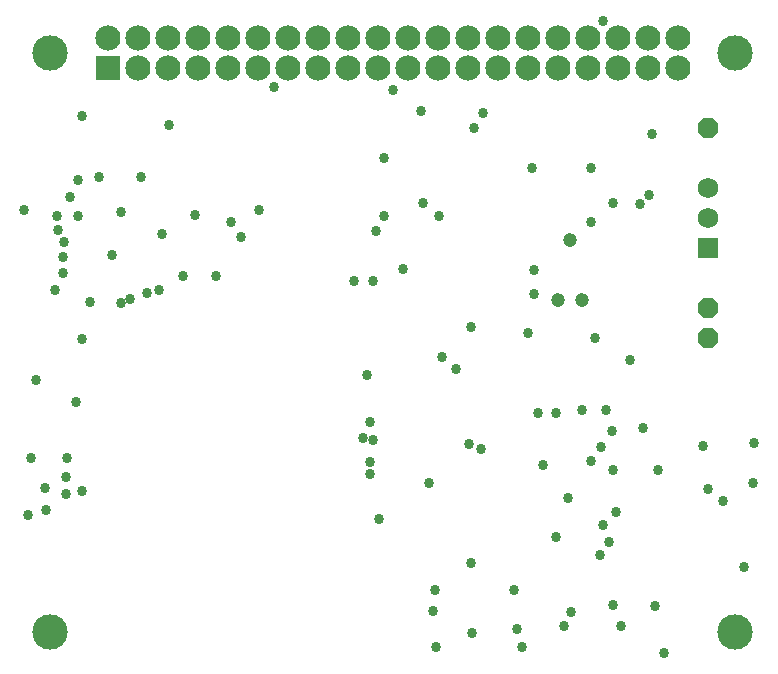
<source format=gbs>
G75*
%MOIN*%
%OFA0B0*%
%FSLAX25Y25*%
%IPPOS*%
%LPD*%
%AMOC8*
5,1,8,0,0,1.08239X$1,22.5*
%
%ADD10C,0.11824*%
%ADD11R,0.08400X0.08400*%
%ADD12C,0.08400*%
%ADD13OC8,0.06737*%
%ADD14R,0.06800X0.06800*%
%ADD15C,0.06800*%
%ADD16C,0.04700*%
%ADD17C,0.03400*%
D10*
X0092327Y0018087D03*
X0320673Y0018087D03*
X0320673Y0211000D03*
X0092327Y0211000D03*
D11*
X0111500Y0206000D03*
D12*
X0121500Y0206000D03*
X0131500Y0206000D03*
X0141500Y0206000D03*
X0151500Y0206000D03*
X0161500Y0206000D03*
X0171500Y0206000D03*
X0181500Y0206000D03*
X0191500Y0206000D03*
X0201500Y0206000D03*
X0211500Y0206000D03*
X0221500Y0206000D03*
X0231500Y0206000D03*
X0241500Y0206000D03*
X0251500Y0206000D03*
X0261500Y0206000D03*
X0271500Y0206000D03*
X0281500Y0206000D03*
X0291500Y0206000D03*
X0301500Y0206000D03*
X0301500Y0216000D03*
X0291500Y0216000D03*
X0281500Y0216000D03*
X0271500Y0216000D03*
X0261500Y0216000D03*
X0251500Y0216000D03*
X0241500Y0216000D03*
X0231500Y0216000D03*
X0221500Y0216000D03*
X0211500Y0216000D03*
X0201500Y0216000D03*
X0191500Y0216000D03*
X0181500Y0216000D03*
X0171500Y0216000D03*
X0161500Y0216000D03*
X0151500Y0216000D03*
X0141500Y0216000D03*
X0131500Y0216000D03*
X0121500Y0216000D03*
X0111500Y0216000D03*
D13*
X0311500Y0186000D03*
X0311500Y0126000D03*
X0311500Y0116000D03*
D14*
X0311500Y0146000D03*
D15*
X0311500Y0156000D03*
X0311500Y0166000D03*
D16*
X0265500Y0148500D03*
X0261500Y0128500D03*
X0269500Y0128500D03*
D17*
X0085000Y0057000D03*
X0091000Y0058500D03*
X0097500Y0064000D03*
X0103000Y0065000D03*
X0097500Y0069500D03*
X0098000Y0076000D03*
X0086000Y0076000D03*
X0090500Y0066000D03*
X0101000Y0094500D03*
X0087500Y0102000D03*
X0103000Y0115500D03*
X0116000Y0127500D03*
X0119000Y0129000D03*
X0124500Y0131000D03*
X0128500Y0132000D03*
X0136500Y0136500D03*
X0147500Y0136500D03*
X0156000Y0149500D03*
X0152500Y0154500D03*
X0162000Y0158500D03*
X0140500Y0157000D03*
X0129500Y0150500D03*
X0116000Y0158000D03*
X0122500Y0169500D03*
X0108500Y0169500D03*
X0101500Y0168500D03*
X0099000Y0163000D03*
X0101500Y0156500D03*
X0094500Y0156500D03*
X0095000Y0152000D03*
X0097000Y0148000D03*
X0096500Y0143000D03*
X0096500Y0137500D03*
X0094000Y0132000D03*
X0105500Y0128000D03*
X0113000Y0143500D03*
X0083500Y0158500D03*
X0103000Y0190000D03*
X0132000Y0187000D03*
X0167000Y0199500D03*
X0203500Y0176000D03*
X0216500Y0161000D03*
X0222000Y0156500D03*
X0203500Y0156500D03*
X0201000Y0151500D03*
X0210000Y0139000D03*
X0200000Y0135000D03*
X0193500Y0135000D03*
X0223000Y0109500D03*
X0227500Y0105500D03*
X0232500Y0119500D03*
X0251500Y0117500D03*
X0253500Y0130500D03*
X0253500Y0138500D03*
X0272500Y0154500D03*
X0280000Y0161000D03*
X0289000Y0160500D03*
X0292000Y0163500D03*
X0272500Y0172500D03*
X0253000Y0172500D03*
X0233500Y0186000D03*
X0236500Y0191000D03*
X0216000Y0191500D03*
X0206500Y0198500D03*
X0276500Y0221500D03*
X0293000Y0184000D03*
X0274000Y0116000D03*
X0285500Y0108500D03*
X0277500Y0092000D03*
X0269500Y0092000D03*
X0261000Y0091000D03*
X0255000Y0091000D03*
X0236000Y0079000D03*
X0232000Y0080500D03*
X0218500Y0067500D03*
X0202000Y0055500D03*
X0199000Y0070500D03*
X0199000Y0074500D03*
X0200000Y0082000D03*
X0196500Y0082500D03*
X0199000Y0088000D03*
X0198000Y0103500D03*
X0256500Y0073500D03*
X0265000Y0062500D03*
X0276500Y0053500D03*
X0278500Y0048000D03*
X0275500Y0043500D03*
X0261000Y0049500D03*
X0281000Y0058000D03*
X0280000Y0072000D03*
X0272500Y0075000D03*
X0276000Y0079500D03*
X0279500Y0085000D03*
X0290000Y0086000D03*
X0295000Y0072000D03*
X0310000Y0080000D03*
X0311500Y0065500D03*
X0316500Y0061500D03*
X0326500Y0067500D03*
X0327000Y0081000D03*
X0323500Y0039500D03*
X0294000Y0026500D03*
X0282500Y0020000D03*
X0280000Y0027000D03*
X0266000Y0024500D03*
X0263500Y0020000D03*
X0249500Y0013000D03*
X0248000Y0019000D03*
X0233000Y0017500D03*
X0221000Y0013000D03*
X0220000Y0025000D03*
X0220500Y0032000D03*
X0232500Y0041000D03*
X0247000Y0032000D03*
X0297000Y0011000D03*
M02*

</source>
